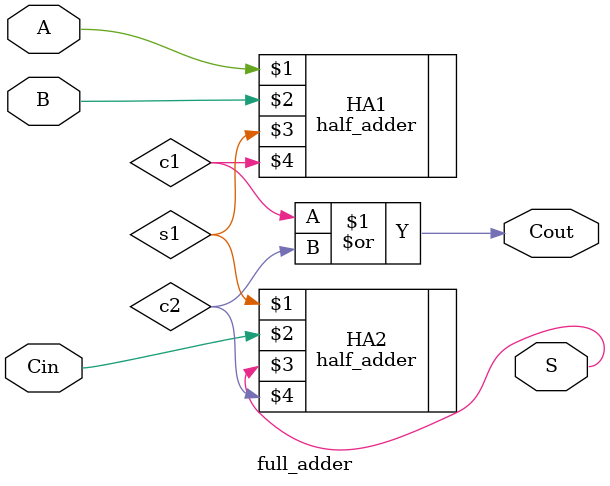
<source format=v>
`timescale 1ns/10ps

module full_adder(
    input A, B, Cin,
    output S, Cout
);

	// Your code goes here.  DO NOT change anything that is already given! Otherwise, you will not be able to pass the tests!

wire s1, c1, c2;
half_adder HA1 (A, B, s1, c1);
half_adder HA2 (s1, Cin, S, c2);

or G1(Cout, c1, c2);

endmodule

</source>
